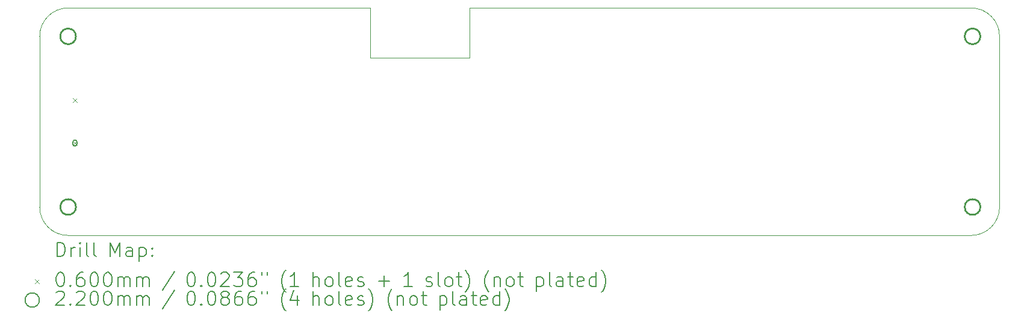
<source format=gbr>
%TF.GenerationSoftware,KiCad,Pcbnew,(7.0.0)*%
%TF.CreationDate,2023-05-08T09:15:32-04:00*%
%TF.ProjectId,AutoTiller,4175746f-5469-46c6-9c65-722e6b696361,rev?*%
%TF.SameCoordinates,Original*%
%TF.FileFunction,Drillmap*%
%TF.FilePolarity,Positive*%
%FSLAX45Y45*%
G04 Gerber Fmt 4.5, Leading zero omitted, Abs format (unit mm)*
G04 Created by KiCad (PCBNEW (7.0.0)) date 2023-05-08 09:15:32*
%MOMM*%
%LPD*%
G01*
G04 APERTURE LIST*
%ADD10C,0.100000*%
%ADD11C,0.200000*%
%ADD12C,0.060000*%
%ADD13C,0.220000*%
G04 APERTURE END LIST*
D10*
X9400000Y-13200000D02*
X22100000Y-13200000D01*
X13650000Y-10700000D02*
X15050000Y-10700000D01*
X15050000Y-10700000D02*
X15050000Y-10000000D01*
X9000000Y-10400000D02*
X9000000Y-12800000D01*
X22500000Y-12800000D02*
X22500000Y-10400000D01*
X13650000Y-10000000D02*
X13650000Y-10700000D01*
X9400000Y-10000000D02*
G75*
G03*
X9000000Y-10400000I0J-400000D01*
G01*
X22100000Y-10000000D02*
X15050000Y-10000000D01*
X13650000Y-10000000D02*
X9400000Y-10000000D01*
X22500000Y-10400000D02*
G75*
G03*
X22100000Y-10000000I-400000J0D01*
G01*
X9000000Y-12800000D02*
G75*
G03*
X9400000Y-13200000I400000J0D01*
G01*
X22100000Y-13200000D02*
G75*
G03*
X22500000Y-12800000I0J400000D01*
G01*
D11*
D12*
X9465000Y-11270000D02*
X9525000Y-11330000D01*
X9525000Y-11270000D02*
X9465000Y-11330000D01*
X9465000Y-11870000D02*
X9525000Y-11930000D01*
X9525000Y-11870000D02*
X9465000Y-11930000D01*
D11*
X9465000Y-11887500D02*
X9465000Y-11912500D01*
X9465000Y-11912500D02*
G75*
G03*
X9525000Y-11912500I30000J0D01*
G01*
X9525000Y-11912500D02*
X9525000Y-11887500D01*
X9525000Y-11887500D02*
G75*
G03*
X9465000Y-11887500I-30000J0D01*
G01*
D13*
X9510000Y-10400000D02*
G75*
G03*
X9510000Y-10400000I-110000J0D01*
G01*
X9510000Y-12800000D02*
G75*
G03*
X9510000Y-12800000I-110000J0D01*
G01*
X22230000Y-10400000D02*
G75*
G03*
X22230000Y-10400000I-110000J0D01*
G01*
X22230000Y-12800000D02*
G75*
G03*
X22230000Y-12800000I-110000J0D01*
G01*
D11*
X9242619Y-13498476D02*
X9242619Y-13298476D01*
X9242619Y-13298476D02*
X9290238Y-13298476D01*
X9290238Y-13298476D02*
X9318810Y-13308000D01*
X9318810Y-13308000D02*
X9337857Y-13327048D01*
X9337857Y-13327048D02*
X9347381Y-13346095D01*
X9347381Y-13346095D02*
X9356905Y-13384190D01*
X9356905Y-13384190D02*
X9356905Y-13412762D01*
X9356905Y-13412762D02*
X9347381Y-13450857D01*
X9347381Y-13450857D02*
X9337857Y-13469905D01*
X9337857Y-13469905D02*
X9318810Y-13488952D01*
X9318810Y-13488952D02*
X9290238Y-13498476D01*
X9290238Y-13498476D02*
X9242619Y-13498476D01*
X9442619Y-13498476D02*
X9442619Y-13365143D01*
X9442619Y-13403238D02*
X9452143Y-13384190D01*
X9452143Y-13384190D02*
X9461667Y-13374667D01*
X9461667Y-13374667D02*
X9480714Y-13365143D01*
X9480714Y-13365143D02*
X9499762Y-13365143D01*
X9566429Y-13498476D02*
X9566429Y-13365143D01*
X9566429Y-13298476D02*
X9556905Y-13308000D01*
X9556905Y-13308000D02*
X9566429Y-13317524D01*
X9566429Y-13317524D02*
X9575952Y-13308000D01*
X9575952Y-13308000D02*
X9566429Y-13298476D01*
X9566429Y-13298476D02*
X9566429Y-13317524D01*
X9690238Y-13498476D02*
X9671190Y-13488952D01*
X9671190Y-13488952D02*
X9661667Y-13469905D01*
X9661667Y-13469905D02*
X9661667Y-13298476D01*
X9795000Y-13498476D02*
X9775952Y-13488952D01*
X9775952Y-13488952D02*
X9766429Y-13469905D01*
X9766429Y-13469905D02*
X9766429Y-13298476D01*
X9991190Y-13498476D02*
X9991190Y-13298476D01*
X9991190Y-13298476D02*
X10057857Y-13441333D01*
X10057857Y-13441333D02*
X10124524Y-13298476D01*
X10124524Y-13298476D02*
X10124524Y-13498476D01*
X10305476Y-13498476D02*
X10305476Y-13393714D01*
X10305476Y-13393714D02*
X10295952Y-13374667D01*
X10295952Y-13374667D02*
X10276905Y-13365143D01*
X10276905Y-13365143D02*
X10238809Y-13365143D01*
X10238809Y-13365143D02*
X10219762Y-13374667D01*
X10305476Y-13488952D02*
X10286429Y-13498476D01*
X10286429Y-13498476D02*
X10238809Y-13498476D01*
X10238809Y-13498476D02*
X10219762Y-13488952D01*
X10219762Y-13488952D02*
X10210238Y-13469905D01*
X10210238Y-13469905D02*
X10210238Y-13450857D01*
X10210238Y-13450857D02*
X10219762Y-13431809D01*
X10219762Y-13431809D02*
X10238809Y-13422286D01*
X10238809Y-13422286D02*
X10286429Y-13422286D01*
X10286429Y-13422286D02*
X10305476Y-13412762D01*
X10400714Y-13365143D02*
X10400714Y-13565143D01*
X10400714Y-13374667D02*
X10419762Y-13365143D01*
X10419762Y-13365143D02*
X10457857Y-13365143D01*
X10457857Y-13365143D02*
X10476905Y-13374667D01*
X10476905Y-13374667D02*
X10486429Y-13384190D01*
X10486429Y-13384190D02*
X10495952Y-13403238D01*
X10495952Y-13403238D02*
X10495952Y-13460381D01*
X10495952Y-13460381D02*
X10486429Y-13479428D01*
X10486429Y-13479428D02*
X10476905Y-13488952D01*
X10476905Y-13488952D02*
X10457857Y-13498476D01*
X10457857Y-13498476D02*
X10419762Y-13498476D01*
X10419762Y-13498476D02*
X10400714Y-13488952D01*
X10581667Y-13479428D02*
X10591190Y-13488952D01*
X10591190Y-13488952D02*
X10581667Y-13498476D01*
X10581667Y-13498476D02*
X10572143Y-13488952D01*
X10572143Y-13488952D02*
X10581667Y-13479428D01*
X10581667Y-13479428D02*
X10581667Y-13498476D01*
X10581667Y-13374667D02*
X10591190Y-13384190D01*
X10591190Y-13384190D02*
X10581667Y-13393714D01*
X10581667Y-13393714D02*
X10572143Y-13384190D01*
X10572143Y-13384190D02*
X10581667Y-13374667D01*
X10581667Y-13374667D02*
X10581667Y-13393714D01*
D12*
X8935000Y-13815000D02*
X8995000Y-13875000D01*
X8995000Y-13815000D02*
X8935000Y-13875000D01*
D11*
X9280714Y-13718476D02*
X9299762Y-13718476D01*
X9299762Y-13718476D02*
X9318810Y-13728000D01*
X9318810Y-13728000D02*
X9328333Y-13737524D01*
X9328333Y-13737524D02*
X9337857Y-13756571D01*
X9337857Y-13756571D02*
X9347381Y-13794667D01*
X9347381Y-13794667D02*
X9347381Y-13842286D01*
X9347381Y-13842286D02*
X9337857Y-13880381D01*
X9337857Y-13880381D02*
X9328333Y-13899428D01*
X9328333Y-13899428D02*
X9318810Y-13908952D01*
X9318810Y-13908952D02*
X9299762Y-13918476D01*
X9299762Y-13918476D02*
X9280714Y-13918476D01*
X9280714Y-13918476D02*
X9261667Y-13908952D01*
X9261667Y-13908952D02*
X9252143Y-13899428D01*
X9252143Y-13899428D02*
X9242619Y-13880381D01*
X9242619Y-13880381D02*
X9233095Y-13842286D01*
X9233095Y-13842286D02*
X9233095Y-13794667D01*
X9233095Y-13794667D02*
X9242619Y-13756571D01*
X9242619Y-13756571D02*
X9252143Y-13737524D01*
X9252143Y-13737524D02*
X9261667Y-13728000D01*
X9261667Y-13728000D02*
X9280714Y-13718476D01*
X9433095Y-13899428D02*
X9442619Y-13908952D01*
X9442619Y-13908952D02*
X9433095Y-13918476D01*
X9433095Y-13918476D02*
X9423571Y-13908952D01*
X9423571Y-13908952D02*
X9433095Y-13899428D01*
X9433095Y-13899428D02*
X9433095Y-13918476D01*
X9614048Y-13718476D02*
X9575952Y-13718476D01*
X9575952Y-13718476D02*
X9556905Y-13728000D01*
X9556905Y-13728000D02*
X9547381Y-13737524D01*
X9547381Y-13737524D02*
X9528333Y-13766095D01*
X9528333Y-13766095D02*
X9518810Y-13804190D01*
X9518810Y-13804190D02*
X9518810Y-13880381D01*
X9518810Y-13880381D02*
X9528333Y-13899428D01*
X9528333Y-13899428D02*
X9537857Y-13908952D01*
X9537857Y-13908952D02*
X9556905Y-13918476D01*
X9556905Y-13918476D02*
X9595000Y-13918476D01*
X9595000Y-13918476D02*
X9614048Y-13908952D01*
X9614048Y-13908952D02*
X9623571Y-13899428D01*
X9623571Y-13899428D02*
X9633095Y-13880381D01*
X9633095Y-13880381D02*
X9633095Y-13832762D01*
X9633095Y-13832762D02*
X9623571Y-13813714D01*
X9623571Y-13813714D02*
X9614048Y-13804190D01*
X9614048Y-13804190D02*
X9595000Y-13794667D01*
X9595000Y-13794667D02*
X9556905Y-13794667D01*
X9556905Y-13794667D02*
X9537857Y-13804190D01*
X9537857Y-13804190D02*
X9528333Y-13813714D01*
X9528333Y-13813714D02*
X9518810Y-13832762D01*
X9756905Y-13718476D02*
X9775952Y-13718476D01*
X9775952Y-13718476D02*
X9795000Y-13728000D01*
X9795000Y-13728000D02*
X9804524Y-13737524D01*
X9804524Y-13737524D02*
X9814048Y-13756571D01*
X9814048Y-13756571D02*
X9823571Y-13794667D01*
X9823571Y-13794667D02*
X9823571Y-13842286D01*
X9823571Y-13842286D02*
X9814048Y-13880381D01*
X9814048Y-13880381D02*
X9804524Y-13899428D01*
X9804524Y-13899428D02*
X9795000Y-13908952D01*
X9795000Y-13908952D02*
X9775952Y-13918476D01*
X9775952Y-13918476D02*
X9756905Y-13918476D01*
X9756905Y-13918476D02*
X9737857Y-13908952D01*
X9737857Y-13908952D02*
X9728333Y-13899428D01*
X9728333Y-13899428D02*
X9718810Y-13880381D01*
X9718810Y-13880381D02*
X9709286Y-13842286D01*
X9709286Y-13842286D02*
X9709286Y-13794667D01*
X9709286Y-13794667D02*
X9718810Y-13756571D01*
X9718810Y-13756571D02*
X9728333Y-13737524D01*
X9728333Y-13737524D02*
X9737857Y-13728000D01*
X9737857Y-13728000D02*
X9756905Y-13718476D01*
X9947381Y-13718476D02*
X9966429Y-13718476D01*
X9966429Y-13718476D02*
X9985476Y-13728000D01*
X9985476Y-13728000D02*
X9995000Y-13737524D01*
X9995000Y-13737524D02*
X10004524Y-13756571D01*
X10004524Y-13756571D02*
X10014048Y-13794667D01*
X10014048Y-13794667D02*
X10014048Y-13842286D01*
X10014048Y-13842286D02*
X10004524Y-13880381D01*
X10004524Y-13880381D02*
X9995000Y-13899428D01*
X9995000Y-13899428D02*
X9985476Y-13908952D01*
X9985476Y-13908952D02*
X9966429Y-13918476D01*
X9966429Y-13918476D02*
X9947381Y-13918476D01*
X9947381Y-13918476D02*
X9928333Y-13908952D01*
X9928333Y-13908952D02*
X9918810Y-13899428D01*
X9918810Y-13899428D02*
X9909286Y-13880381D01*
X9909286Y-13880381D02*
X9899762Y-13842286D01*
X9899762Y-13842286D02*
X9899762Y-13794667D01*
X9899762Y-13794667D02*
X9909286Y-13756571D01*
X9909286Y-13756571D02*
X9918810Y-13737524D01*
X9918810Y-13737524D02*
X9928333Y-13728000D01*
X9928333Y-13728000D02*
X9947381Y-13718476D01*
X10099762Y-13918476D02*
X10099762Y-13785143D01*
X10099762Y-13804190D02*
X10109286Y-13794667D01*
X10109286Y-13794667D02*
X10128333Y-13785143D01*
X10128333Y-13785143D02*
X10156905Y-13785143D01*
X10156905Y-13785143D02*
X10175952Y-13794667D01*
X10175952Y-13794667D02*
X10185476Y-13813714D01*
X10185476Y-13813714D02*
X10185476Y-13918476D01*
X10185476Y-13813714D02*
X10195000Y-13794667D01*
X10195000Y-13794667D02*
X10214048Y-13785143D01*
X10214048Y-13785143D02*
X10242619Y-13785143D01*
X10242619Y-13785143D02*
X10261667Y-13794667D01*
X10261667Y-13794667D02*
X10271191Y-13813714D01*
X10271191Y-13813714D02*
X10271191Y-13918476D01*
X10366429Y-13918476D02*
X10366429Y-13785143D01*
X10366429Y-13804190D02*
X10375952Y-13794667D01*
X10375952Y-13794667D02*
X10395000Y-13785143D01*
X10395000Y-13785143D02*
X10423572Y-13785143D01*
X10423572Y-13785143D02*
X10442619Y-13794667D01*
X10442619Y-13794667D02*
X10452143Y-13813714D01*
X10452143Y-13813714D02*
X10452143Y-13918476D01*
X10452143Y-13813714D02*
X10461667Y-13794667D01*
X10461667Y-13794667D02*
X10480714Y-13785143D01*
X10480714Y-13785143D02*
X10509286Y-13785143D01*
X10509286Y-13785143D02*
X10528333Y-13794667D01*
X10528333Y-13794667D02*
X10537857Y-13813714D01*
X10537857Y-13813714D02*
X10537857Y-13918476D01*
X10895952Y-13708952D02*
X10724524Y-13966095D01*
X11120714Y-13718476D02*
X11139762Y-13718476D01*
X11139762Y-13718476D02*
X11158810Y-13728000D01*
X11158810Y-13728000D02*
X11168333Y-13737524D01*
X11168333Y-13737524D02*
X11177857Y-13756571D01*
X11177857Y-13756571D02*
X11187381Y-13794667D01*
X11187381Y-13794667D02*
X11187381Y-13842286D01*
X11187381Y-13842286D02*
X11177857Y-13880381D01*
X11177857Y-13880381D02*
X11168333Y-13899428D01*
X11168333Y-13899428D02*
X11158810Y-13908952D01*
X11158810Y-13908952D02*
X11139762Y-13918476D01*
X11139762Y-13918476D02*
X11120714Y-13918476D01*
X11120714Y-13918476D02*
X11101667Y-13908952D01*
X11101667Y-13908952D02*
X11092143Y-13899428D01*
X11092143Y-13899428D02*
X11082619Y-13880381D01*
X11082619Y-13880381D02*
X11073095Y-13842286D01*
X11073095Y-13842286D02*
X11073095Y-13794667D01*
X11073095Y-13794667D02*
X11082619Y-13756571D01*
X11082619Y-13756571D02*
X11092143Y-13737524D01*
X11092143Y-13737524D02*
X11101667Y-13728000D01*
X11101667Y-13728000D02*
X11120714Y-13718476D01*
X11273095Y-13899428D02*
X11282619Y-13908952D01*
X11282619Y-13908952D02*
X11273095Y-13918476D01*
X11273095Y-13918476D02*
X11263571Y-13908952D01*
X11263571Y-13908952D02*
X11273095Y-13899428D01*
X11273095Y-13899428D02*
X11273095Y-13918476D01*
X11406429Y-13718476D02*
X11425476Y-13718476D01*
X11425476Y-13718476D02*
X11444524Y-13728000D01*
X11444524Y-13728000D02*
X11454048Y-13737524D01*
X11454048Y-13737524D02*
X11463571Y-13756571D01*
X11463571Y-13756571D02*
X11473095Y-13794667D01*
X11473095Y-13794667D02*
X11473095Y-13842286D01*
X11473095Y-13842286D02*
X11463571Y-13880381D01*
X11463571Y-13880381D02*
X11454048Y-13899428D01*
X11454048Y-13899428D02*
X11444524Y-13908952D01*
X11444524Y-13908952D02*
X11425476Y-13918476D01*
X11425476Y-13918476D02*
X11406429Y-13918476D01*
X11406429Y-13918476D02*
X11387381Y-13908952D01*
X11387381Y-13908952D02*
X11377857Y-13899428D01*
X11377857Y-13899428D02*
X11368333Y-13880381D01*
X11368333Y-13880381D02*
X11358810Y-13842286D01*
X11358810Y-13842286D02*
X11358810Y-13794667D01*
X11358810Y-13794667D02*
X11368333Y-13756571D01*
X11368333Y-13756571D02*
X11377857Y-13737524D01*
X11377857Y-13737524D02*
X11387381Y-13728000D01*
X11387381Y-13728000D02*
X11406429Y-13718476D01*
X11549286Y-13737524D02*
X11558810Y-13728000D01*
X11558810Y-13728000D02*
X11577857Y-13718476D01*
X11577857Y-13718476D02*
X11625476Y-13718476D01*
X11625476Y-13718476D02*
X11644524Y-13728000D01*
X11644524Y-13728000D02*
X11654048Y-13737524D01*
X11654048Y-13737524D02*
X11663571Y-13756571D01*
X11663571Y-13756571D02*
X11663571Y-13775619D01*
X11663571Y-13775619D02*
X11654048Y-13804190D01*
X11654048Y-13804190D02*
X11539762Y-13918476D01*
X11539762Y-13918476D02*
X11663571Y-13918476D01*
X11730238Y-13718476D02*
X11854048Y-13718476D01*
X11854048Y-13718476D02*
X11787381Y-13794667D01*
X11787381Y-13794667D02*
X11815952Y-13794667D01*
X11815952Y-13794667D02*
X11835000Y-13804190D01*
X11835000Y-13804190D02*
X11844524Y-13813714D01*
X11844524Y-13813714D02*
X11854048Y-13832762D01*
X11854048Y-13832762D02*
X11854048Y-13880381D01*
X11854048Y-13880381D02*
X11844524Y-13899428D01*
X11844524Y-13899428D02*
X11835000Y-13908952D01*
X11835000Y-13908952D02*
X11815952Y-13918476D01*
X11815952Y-13918476D02*
X11758810Y-13918476D01*
X11758810Y-13918476D02*
X11739762Y-13908952D01*
X11739762Y-13908952D02*
X11730238Y-13899428D01*
X12025476Y-13718476D02*
X11987381Y-13718476D01*
X11987381Y-13718476D02*
X11968333Y-13728000D01*
X11968333Y-13728000D02*
X11958810Y-13737524D01*
X11958810Y-13737524D02*
X11939762Y-13766095D01*
X11939762Y-13766095D02*
X11930238Y-13804190D01*
X11930238Y-13804190D02*
X11930238Y-13880381D01*
X11930238Y-13880381D02*
X11939762Y-13899428D01*
X11939762Y-13899428D02*
X11949286Y-13908952D01*
X11949286Y-13908952D02*
X11968333Y-13918476D01*
X11968333Y-13918476D02*
X12006429Y-13918476D01*
X12006429Y-13918476D02*
X12025476Y-13908952D01*
X12025476Y-13908952D02*
X12035000Y-13899428D01*
X12035000Y-13899428D02*
X12044524Y-13880381D01*
X12044524Y-13880381D02*
X12044524Y-13832762D01*
X12044524Y-13832762D02*
X12035000Y-13813714D01*
X12035000Y-13813714D02*
X12025476Y-13804190D01*
X12025476Y-13804190D02*
X12006429Y-13794667D01*
X12006429Y-13794667D02*
X11968333Y-13794667D01*
X11968333Y-13794667D02*
X11949286Y-13804190D01*
X11949286Y-13804190D02*
X11939762Y-13813714D01*
X11939762Y-13813714D02*
X11930238Y-13832762D01*
X12120714Y-13718476D02*
X12120714Y-13756571D01*
X12196905Y-13718476D02*
X12196905Y-13756571D01*
X12459762Y-13994667D02*
X12450238Y-13985143D01*
X12450238Y-13985143D02*
X12431191Y-13956571D01*
X12431191Y-13956571D02*
X12421667Y-13937524D01*
X12421667Y-13937524D02*
X12412143Y-13908952D01*
X12412143Y-13908952D02*
X12402619Y-13861333D01*
X12402619Y-13861333D02*
X12402619Y-13823238D01*
X12402619Y-13823238D02*
X12412143Y-13775619D01*
X12412143Y-13775619D02*
X12421667Y-13747048D01*
X12421667Y-13747048D02*
X12431191Y-13728000D01*
X12431191Y-13728000D02*
X12450238Y-13699428D01*
X12450238Y-13699428D02*
X12459762Y-13689905D01*
X12640714Y-13918476D02*
X12526429Y-13918476D01*
X12583571Y-13918476D02*
X12583571Y-13718476D01*
X12583571Y-13718476D02*
X12564524Y-13747048D01*
X12564524Y-13747048D02*
X12545476Y-13766095D01*
X12545476Y-13766095D02*
X12526429Y-13775619D01*
X12846429Y-13918476D02*
X12846429Y-13718476D01*
X12932143Y-13918476D02*
X12932143Y-13813714D01*
X12932143Y-13813714D02*
X12922619Y-13794667D01*
X12922619Y-13794667D02*
X12903572Y-13785143D01*
X12903572Y-13785143D02*
X12875000Y-13785143D01*
X12875000Y-13785143D02*
X12855952Y-13794667D01*
X12855952Y-13794667D02*
X12846429Y-13804190D01*
X13055952Y-13918476D02*
X13036905Y-13908952D01*
X13036905Y-13908952D02*
X13027381Y-13899428D01*
X13027381Y-13899428D02*
X13017857Y-13880381D01*
X13017857Y-13880381D02*
X13017857Y-13823238D01*
X13017857Y-13823238D02*
X13027381Y-13804190D01*
X13027381Y-13804190D02*
X13036905Y-13794667D01*
X13036905Y-13794667D02*
X13055952Y-13785143D01*
X13055952Y-13785143D02*
X13084524Y-13785143D01*
X13084524Y-13785143D02*
X13103572Y-13794667D01*
X13103572Y-13794667D02*
X13113095Y-13804190D01*
X13113095Y-13804190D02*
X13122619Y-13823238D01*
X13122619Y-13823238D02*
X13122619Y-13880381D01*
X13122619Y-13880381D02*
X13113095Y-13899428D01*
X13113095Y-13899428D02*
X13103572Y-13908952D01*
X13103572Y-13908952D02*
X13084524Y-13918476D01*
X13084524Y-13918476D02*
X13055952Y-13918476D01*
X13236905Y-13918476D02*
X13217857Y-13908952D01*
X13217857Y-13908952D02*
X13208333Y-13889905D01*
X13208333Y-13889905D02*
X13208333Y-13718476D01*
X13389286Y-13908952D02*
X13370238Y-13918476D01*
X13370238Y-13918476D02*
X13332143Y-13918476D01*
X13332143Y-13918476D02*
X13313095Y-13908952D01*
X13313095Y-13908952D02*
X13303572Y-13889905D01*
X13303572Y-13889905D02*
X13303572Y-13813714D01*
X13303572Y-13813714D02*
X13313095Y-13794667D01*
X13313095Y-13794667D02*
X13332143Y-13785143D01*
X13332143Y-13785143D02*
X13370238Y-13785143D01*
X13370238Y-13785143D02*
X13389286Y-13794667D01*
X13389286Y-13794667D02*
X13398810Y-13813714D01*
X13398810Y-13813714D02*
X13398810Y-13832762D01*
X13398810Y-13832762D02*
X13303572Y-13851809D01*
X13475000Y-13908952D02*
X13494048Y-13918476D01*
X13494048Y-13918476D02*
X13532143Y-13918476D01*
X13532143Y-13918476D02*
X13551191Y-13908952D01*
X13551191Y-13908952D02*
X13560714Y-13889905D01*
X13560714Y-13889905D02*
X13560714Y-13880381D01*
X13560714Y-13880381D02*
X13551191Y-13861333D01*
X13551191Y-13861333D02*
X13532143Y-13851809D01*
X13532143Y-13851809D02*
X13503572Y-13851809D01*
X13503572Y-13851809D02*
X13484524Y-13842286D01*
X13484524Y-13842286D02*
X13475000Y-13823238D01*
X13475000Y-13823238D02*
X13475000Y-13813714D01*
X13475000Y-13813714D02*
X13484524Y-13794667D01*
X13484524Y-13794667D02*
X13503572Y-13785143D01*
X13503572Y-13785143D02*
X13532143Y-13785143D01*
X13532143Y-13785143D02*
X13551191Y-13794667D01*
X13766429Y-13842286D02*
X13918810Y-13842286D01*
X13842619Y-13918476D02*
X13842619Y-13766095D01*
X14238810Y-13918476D02*
X14124524Y-13918476D01*
X14181667Y-13918476D02*
X14181667Y-13718476D01*
X14181667Y-13718476D02*
X14162619Y-13747048D01*
X14162619Y-13747048D02*
X14143572Y-13766095D01*
X14143572Y-13766095D02*
X14124524Y-13775619D01*
X14435000Y-13908952D02*
X14454048Y-13918476D01*
X14454048Y-13918476D02*
X14492143Y-13918476D01*
X14492143Y-13918476D02*
X14511191Y-13908952D01*
X14511191Y-13908952D02*
X14520714Y-13889905D01*
X14520714Y-13889905D02*
X14520714Y-13880381D01*
X14520714Y-13880381D02*
X14511191Y-13861333D01*
X14511191Y-13861333D02*
X14492143Y-13851809D01*
X14492143Y-13851809D02*
X14463572Y-13851809D01*
X14463572Y-13851809D02*
X14444524Y-13842286D01*
X14444524Y-13842286D02*
X14435000Y-13823238D01*
X14435000Y-13823238D02*
X14435000Y-13813714D01*
X14435000Y-13813714D02*
X14444524Y-13794667D01*
X14444524Y-13794667D02*
X14463572Y-13785143D01*
X14463572Y-13785143D02*
X14492143Y-13785143D01*
X14492143Y-13785143D02*
X14511191Y-13794667D01*
X14635000Y-13918476D02*
X14615953Y-13908952D01*
X14615953Y-13908952D02*
X14606429Y-13889905D01*
X14606429Y-13889905D02*
X14606429Y-13718476D01*
X14739762Y-13918476D02*
X14720714Y-13908952D01*
X14720714Y-13908952D02*
X14711191Y-13899428D01*
X14711191Y-13899428D02*
X14701667Y-13880381D01*
X14701667Y-13880381D02*
X14701667Y-13823238D01*
X14701667Y-13823238D02*
X14711191Y-13804190D01*
X14711191Y-13804190D02*
X14720714Y-13794667D01*
X14720714Y-13794667D02*
X14739762Y-13785143D01*
X14739762Y-13785143D02*
X14768334Y-13785143D01*
X14768334Y-13785143D02*
X14787381Y-13794667D01*
X14787381Y-13794667D02*
X14796905Y-13804190D01*
X14796905Y-13804190D02*
X14806429Y-13823238D01*
X14806429Y-13823238D02*
X14806429Y-13880381D01*
X14806429Y-13880381D02*
X14796905Y-13899428D01*
X14796905Y-13899428D02*
X14787381Y-13908952D01*
X14787381Y-13908952D02*
X14768334Y-13918476D01*
X14768334Y-13918476D02*
X14739762Y-13918476D01*
X14863572Y-13785143D02*
X14939762Y-13785143D01*
X14892143Y-13718476D02*
X14892143Y-13889905D01*
X14892143Y-13889905D02*
X14901667Y-13908952D01*
X14901667Y-13908952D02*
X14920714Y-13918476D01*
X14920714Y-13918476D02*
X14939762Y-13918476D01*
X14987381Y-13994667D02*
X14996905Y-13985143D01*
X14996905Y-13985143D02*
X15015953Y-13956571D01*
X15015953Y-13956571D02*
X15025476Y-13937524D01*
X15025476Y-13937524D02*
X15035000Y-13908952D01*
X15035000Y-13908952D02*
X15044524Y-13861333D01*
X15044524Y-13861333D02*
X15044524Y-13823238D01*
X15044524Y-13823238D02*
X15035000Y-13775619D01*
X15035000Y-13775619D02*
X15025476Y-13747048D01*
X15025476Y-13747048D02*
X15015953Y-13728000D01*
X15015953Y-13728000D02*
X14996905Y-13699428D01*
X14996905Y-13699428D02*
X14987381Y-13689905D01*
X15316905Y-13994667D02*
X15307381Y-13985143D01*
X15307381Y-13985143D02*
X15288333Y-13956571D01*
X15288333Y-13956571D02*
X15278810Y-13937524D01*
X15278810Y-13937524D02*
X15269286Y-13908952D01*
X15269286Y-13908952D02*
X15259762Y-13861333D01*
X15259762Y-13861333D02*
X15259762Y-13823238D01*
X15259762Y-13823238D02*
X15269286Y-13775619D01*
X15269286Y-13775619D02*
X15278810Y-13747048D01*
X15278810Y-13747048D02*
X15288333Y-13728000D01*
X15288333Y-13728000D02*
X15307381Y-13699428D01*
X15307381Y-13699428D02*
X15316905Y-13689905D01*
X15393095Y-13785143D02*
X15393095Y-13918476D01*
X15393095Y-13804190D02*
X15402619Y-13794667D01*
X15402619Y-13794667D02*
X15421667Y-13785143D01*
X15421667Y-13785143D02*
X15450238Y-13785143D01*
X15450238Y-13785143D02*
X15469286Y-13794667D01*
X15469286Y-13794667D02*
X15478810Y-13813714D01*
X15478810Y-13813714D02*
X15478810Y-13918476D01*
X15602619Y-13918476D02*
X15583572Y-13908952D01*
X15583572Y-13908952D02*
X15574048Y-13899428D01*
X15574048Y-13899428D02*
X15564524Y-13880381D01*
X15564524Y-13880381D02*
X15564524Y-13823238D01*
X15564524Y-13823238D02*
X15574048Y-13804190D01*
X15574048Y-13804190D02*
X15583572Y-13794667D01*
X15583572Y-13794667D02*
X15602619Y-13785143D01*
X15602619Y-13785143D02*
X15631191Y-13785143D01*
X15631191Y-13785143D02*
X15650238Y-13794667D01*
X15650238Y-13794667D02*
X15659762Y-13804190D01*
X15659762Y-13804190D02*
X15669286Y-13823238D01*
X15669286Y-13823238D02*
X15669286Y-13880381D01*
X15669286Y-13880381D02*
X15659762Y-13899428D01*
X15659762Y-13899428D02*
X15650238Y-13908952D01*
X15650238Y-13908952D02*
X15631191Y-13918476D01*
X15631191Y-13918476D02*
X15602619Y-13918476D01*
X15726429Y-13785143D02*
X15802619Y-13785143D01*
X15755000Y-13718476D02*
X15755000Y-13889905D01*
X15755000Y-13889905D02*
X15764524Y-13908952D01*
X15764524Y-13908952D02*
X15783572Y-13918476D01*
X15783572Y-13918476D02*
X15802619Y-13918476D01*
X15989286Y-13785143D02*
X15989286Y-13985143D01*
X15989286Y-13794667D02*
X16008333Y-13785143D01*
X16008333Y-13785143D02*
X16046429Y-13785143D01*
X16046429Y-13785143D02*
X16065476Y-13794667D01*
X16065476Y-13794667D02*
X16075000Y-13804190D01*
X16075000Y-13804190D02*
X16084524Y-13823238D01*
X16084524Y-13823238D02*
X16084524Y-13880381D01*
X16084524Y-13880381D02*
X16075000Y-13899428D01*
X16075000Y-13899428D02*
X16065476Y-13908952D01*
X16065476Y-13908952D02*
X16046429Y-13918476D01*
X16046429Y-13918476D02*
X16008333Y-13918476D01*
X16008333Y-13918476D02*
X15989286Y-13908952D01*
X16198810Y-13918476D02*
X16179762Y-13908952D01*
X16179762Y-13908952D02*
X16170238Y-13889905D01*
X16170238Y-13889905D02*
X16170238Y-13718476D01*
X16360714Y-13918476D02*
X16360714Y-13813714D01*
X16360714Y-13813714D02*
X16351191Y-13794667D01*
X16351191Y-13794667D02*
X16332143Y-13785143D01*
X16332143Y-13785143D02*
X16294048Y-13785143D01*
X16294048Y-13785143D02*
X16275000Y-13794667D01*
X16360714Y-13908952D02*
X16341667Y-13918476D01*
X16341667Y-13918476D02*
X16294048Y-13918476D01*
X16294048Y-13918476D02*
X16275000Y-13908952D01*
X16275000Y-13908952D02*
X16265476Y-13889905D01*
X16265476Y-13889905D02*
X16265476Y-13870857D01*
X16265476Y-13870857D02*
X16275000Y-13851809D01*
X16275000Y-13851809D02*
X16294048Y-13842286D01*
X16294048Y-13842286D02*
X16341667Y-13842286D01*
X16341667Y-13842286D02*
X16360714Y-13832762D01*
X16427381Y-13785143D02*
X16503572Y-13785143D01*
X16455953Y-13718476D02*
X16455953Y-13889905D01*
X16455953Y-13889905D02*
X16465476Y-13908952D01*
X16465476Y-13908952D02*
X16484524Y-13918476D01*
X16484524Y-13918476D02*
X16503572Y-13918476D01*
X16646429Y-13908952D02*
X16627381Y-13918476D01*
X16627381Y-13918476D02*
X16589286Y-13918476D01*
X16589286Y-13918476D02*
X16570238Y-13908952D01*
X16570238Y-13908952D02*
X16560714Y-13889905D01*
X16560714Y-13889905D02*
X16560714Y-13813714D01*
X16560714Y-13813714D02*
X16570238Y-13794667D01*
X16570238Y-13794667D02*
X16589286Y-13785143D01*
X16589286Y-13785143D02*
X16627381Y-13785143D01*
X16627381Y-13785143D02*
X16646429Y-13794667D01*
X16646429Y-13794667D02*
X16655953Y-13813714D01*
X16655953Y-13813714D02*
X16655953Y-13832762D01*
X16655953Y-13832762D02*
X16560714Y-13851809D01*
X16827381Y-13918476D02*
X16827381Y-13718476D01*
X16827381Y-13908952D02*
X16808334Y-13918476D01*
X16808334Y-13918476D02*
X16770238Y-13918476D01*
X16770238Y-13918476D02*
X16751191Y-13908952D01*
X16751191Y-13908952D02*
X16741667Y-13899428D01*
X16741667Y-13899428D02*
X16732143Y-13880381D01*
X16732143Y-13880381D02*
X16732143Y-13823238D01*
X16732143Y-13823238D02*
X16741667Y-13804190D01*
X16741667Y-13804190D02*
X16751191Y-13794667D01*
X16751191Y-13794667D02*
X16770238Y-13785143D01*
X16770238Y-13785143D02*
X16808334Y-13785143D01*
X16808334Y-13785143D02*
X16827381Y-13794667D01*
X16903572Y-13994667D02*
X16913096Y-13985143D01*
X16913096Y-13985143D02*
X16932143Y-13956571D01*
X16932143Y-13956571D02*
X16941667Y-13937524D01*
X16941667Y-13937524D02*
X16951191Y-13908952D01*
X16951191Y-13908952D02*
X16960715Y-13861333D01*
X16960715Y-13861333D02*
X16960715Y-13823238D01*
X16960715Y-13823238D02*
X16951191Y-13775619D01*
X16951191Y-13775619D02*
X16941667Y-13747048D01*
X16941667Y-13747048D02*
X16932143Y-13728000D01*
X16932143Y-13728000D02*
X16913096Y-13699428D01*
X16913096Y-13699428D02*
X16903572Y-13689905D01*
X8995000Y-14109000D02*
G75*
G03*
X8995000Y-14109000I-100000J0D01*
G01*
X9233095Y-14001524D02*
X9242619Y-13992000D01*
X9242619Y-13992000D02*
X9261667Y-13982476D01*
X9261667Y-13982476D02*
X9309286Y-13982476D01*
X9309286Y-13982476D02*
X9328333Y-13992000D01*
X9328333Y-13992000D02*
X9337857Y-14001524D01*
X9337857Y-14001524D02*
X9347381Y-14020571D01*
X9347381Y-14020571D02*
X9347381Y-14039619D01*
X9347381Y-14039619D02*
X9337857Y-14068190D01*
X9337857Y-14068190D02*
X9223571Y-14182476D01*
X9223571Y-14182476D02*
X9347381Y-14182476D01*
X9433095Y-14163428D02*
X9442619Y-14172952D01*
X9442619Y-14172952D02*
X9433095Y-14182476D01*
X9433095Y-14182476D02*
X9423571Y-14172952D01*
X9423571Y-14172952D02*
X9433095Y-14163428D01*
X9433095Y-14163428D02*
X9433095Y-14182476D01*
X9518810Y-14001524D02*
X9528333Y-13992000D01*
X9528333Y-13992000D02*
X9547381Y-13982476D01*
X9547381Y-13982476D02*
X9595000Y-13982476D01*
X9595000Y-13982476D02*
X9614048Y-13992000D01*
X9614048Y-13992000D02*
X9623571Y-14001524D01*
X9623571Y-14001524D02*
X9633095Y-14020571D01*
X9633095Y-14020571D02*
X9633095Y-14039619D01*
X9633095Y-14039619D02*
X9623571Y-14068190D01*
X9623571Y-14068190D02*
X9509286Y-14182476D01*
X9509286Y-14182476D02*
X9633095Y-14182476D01*
X9756905Y-13982476D02*
X9775952Y-13982476D01*
X9775952Y-13982476D02*
X9795000Y-13992000D01*
X9795000Y-13992000D02*
X9804524Y-14001524D01*
X9804524Y-14001524D02*
X9814048Y-14020571D01*
X9814048Y-14020571D02*
X9823571Y-14058667D01*
X9823571Y-14058667D02*
X9823571Y-14106286D01*
X9823571Y-14106286D02*
X9814048Y-14144381D01*
X9814048Y-14144381D02*
X9804524Y-14163428D01*
X9804524Y-14163428D02*
X9795000Y-14172952D01*
X9795000Y-14172952D02*
X9775952Y-14182476D01*
X9775952Y-14182476D02*
X9756905Y-14182476D01*
X9756905Y-14182476D02*
X9737857Y-14172952D01*
X9737857Y-14172952D02*
X9728333Y-14163428D01*
X9728333Y-14163428D02*
X9718810Y-14144381D01*
X9718810Y-14144381D02*
X9709286Y-14106286D01*
X9709286Y-14106286D02*
X9709286Y-14058667D01*
X9709286Y-14058667D02*
X9718810Y-14020571D01*
X9718810Y-14020571D02*
X9728333Y-14001524D01*
X9728333Y-14001524D02*
X9737857Y-13992000D01*
X9737857Y-13992000D02*
X9756905Y-13982476D01*
X9947381Y-13982476D02*
X9966429Y-13982476D01*
X9966429Y-13982476D02*
X9985476Y-13992000D01*
X9985476Y-13992000D02*
X9995000Y-14001524D01*
X9995000Y-14001524D02*
X10004524Y-14020571D01*
X10004524Y-14020571D02*
X10014048Y-14058667D01*
X10014048Y-14058667D02*
X10014048Y-14106286D01*
X10014048Y-14106286D02*
X10004524Y-14144381D01*
X10004524Y-14144381D02*
X9995000Y-14163428D01*
X9995000Y-14163428D02*
X9985476Y-14172952D01*
X9985476Y-14172952D02*
X9966429Y-14182476D01*
X9966429Y-14182476D02*
X9947381Y-14182476D01*
X9947381Y-14182476D02*
X9928333Y-14172952D01*
X9928333Y-14172952D02*
X9918810Y-14163428D01*
X9918810Y-14163428D02*
X9909286Y-14144381D01*
X9909286Y-14144381D02*
X9899762Y-14106286D01*
X9899762Y-14106286D02*
X9899762Y-14058667D01*
X9899762Y-14058667D02*
X9909286Y-14020571D01*
X9909286Y-14020571D02*
X9918810Y-14001524D01*
X9918810Y-14001524D02*
X9928333Y-13992000D01*
X9928333Y-13992000D02*
X9947381Y-13982476D01*
X10099762Y-14182476D02*
X10099762Y-14049143D01*
X10099762Y-14068190D02*
X10109286Y-14058667D01*
X10109286Y-14058667D02*
X10128333Y-14049143D01*
X10128333Y-14049143D02*
X10156905Y-14049143D01*
X10156905Y-14049143D02*
X10175952Y-14058667D01*
X10175952Y-14058667D02*
X10185476Y-14077714D01*
X10185476Y-14077714D02*
X10185476Y-14182476D01*
X10185476Y-14077714D02*
X10195000Y-14058667D01*
X10195000Y-14058667D02*
X10214048Y-14049143D01*
X10214048Y-14049143D02*
X10242619Y-14049143D01*
X10242619Y-14049143D02*
X10261667Y-14058667D01*
X10261667Y-14058667D02*
X10271191Y-14077714D01*
X10271191Y-14077714D02*
X10271191Y-14182476D01*
X10366429Y-14182476D02*
X10366429Y-14049143D01*
X10366429Y-14068190D02*
X10375952Y-14058667D01*
X10375952Y-14058667D02*
X10395000Y-14049143D01*
X10395000Y-14049143D02*
X10423572Y-14049143D01*
X10423572Y-14049143D02*
X10442619Y-14058667D01*
X10442619Y-14058667D02*
X10452143Y-14077714D01*
X10452143Y-14077714D02*
X10452143Y-14182476D01*
X10452143Y-14077714D02*
X10461667Y-14058667D01*
X10461667Y-14058667D02*
X10480714Y-14049143D01*
X10480714Y-14049143D02*
X10509286Y-14049143D01*
X10509286Y-14049143D02*
X10528333Y-14058667D01*
X10528333Y-14058667D02*
X10537857Y-14077714D01*
X10537857Y-14077714D02*
X10537857Y-14182476D01*
X10895952Y-13972952D02*
X10724524Y-14230095D01*
X11120714Y-13982476D02*
X11139762Y-13982476D01*
X11139762Y-13982476D02*
X11158810Y-13992000D01*
X11158810Y-13992000D02*
X11168333Y-14001524D01*
X11168333Y-14001524D02*
X11177857Y-14020571D01*
X11177857Y-14020571D02*
X11187381Y-14058667D01*
X11187381Y-14058667D02*
X11187381Y-14106286D01*
X11187381Y-14106286D02*
X11177857Y-14144381D01*
X11177857Y-14144381D02*
X11168333Y-14163428D01*
X11168333Y-14163428D02*
X11158810Y-14172952D01*
X11158810Y-14172952D02*
X11139762Y-14182476D01*
X11139762Y-14182476D02*
X11120714Y-14182476D01*
X11120714Y-14182476D02*
X11101667Y-14172952D01*
X11101667Y-14172952D02*
X11092143Y-14163428D01*
X11092143Y-14163428D02*
X11082619Y-14144381D01*
X11082619Y-14144381D02*
X11073095Y-14106286D01*
X11073095Y-14106286D02*
X11073095Y-14058667D01*
X11073095Y-14058667D02*
X11082619Y-14020571D01*
X11082619Y-14020571D02*
X11092143Y-14001524D01*
X11092143Y-14001524D02*
X11101667Y-13992000D01*
X11101667Y-13992000D02*
X11120714Y-13982476D01*
X11273095Y-14163428D02*
X11282619Y-14172952D01*
X11282619Y-14172952D02*
X11273095Y-14182476D01*
X11273095Y-14182476D02*
X11263571Y-14172952D01*
X11263571Y-14172952D02*
X11273095Y-14163428D01*
X11273095Y-14163428D02*
X11273095Y-14182476D01*
X11406429Y-13982476D02*
X11425476Y-13982476D01*
X11425476Y-13982476D02*
X11444524Y-13992000D01*
X11444524Y-13992000D02*
X11454048Y-14001524D01*
X11454048Y-14001524D02*
X11463571Y-14020571D01*
X11463571Y-14020571D02*
X11473095Y-14058667D01*
X11473095Y-14058667D02*
X11473095Y-14106286D01*
X11473095Y-14106286D02*
X11463571Y-14144381D01*
X11463571Y-14144381D02*
X11454048Y-14163428D01*
X11454048Y-14163428D02*
X11444524Y-14172952D01*
X11444524Y-14172952D02*
X11425476Y-14182476D01*
X11425476Y-14182476D02*
X11406429Y-14182476D01*
X11406429Y-14182476D02*
X11387381Y-14172952D01*
X11387381Y-14172952D02*
X11377857Y-14163428D01*
X11377857Y-14163428D02*
X11368333Y-14144381D01*
X11368333Y-14144381D02*
X11358810Y-14106286D01*
X11358810Y-14106286D02*
X11358810Y-14058667D01*
X11358810Y-14058667D02*
X11368333Y-14020571D01*
X11368333Y-14020571D02*
X11377857Y-14001524D01*
X11377857Y-14001524D02*
X11387381Y-13992000D01*
X11387381Y-13992000D02*
X11406429Y-13982476D01*
X11587381Y-14068190D02*
X11568333Y-14058667D01*
X11568333Y-14058667D02*
X11558810Y-14049143D01*
X11558810Y-14049143D02*
X11549286Y-14030095D01*
X11549286Y-14030095D02*
X11549286Y-14020571D01*
X11549286Y-14020571D02*
X11558810Y-14001524D01*
X11558810Y-14001524D02*
X11568333Y-13992000D01*
X11568333Y-13992000D02*
X11587381Y-13982476D01*
X11587381Y-13982476D02*
X11625476Y-13982476D01*
X11625476Y-13982476D02*
X11644524Y-13992000D01*
X11644524Y-13992000D02*
X11654048Y-14001524D01*
X11654048Y-14001524D02*
X11663571Y-14020571D01*
X11663571Y-14020571D02*
X11663571Y-14030095D01*
X11663571Y-14030095D02*
X11654048Y-14049143D01*
X11654048Y-14049143D02*
X11644524Y-14058667D01*
X11644524Y-14058667D02*
X11625476Y-14068190D01*
X11625476Y-14068190D02*
X11587381Y-14068190D01*
X11587381Y-14068190D02*
X11568333Y-14077714D01*
X11568333Y-14077714D02*
X11558810Y-14087238D01*
X11558810Y-14087238D02*
X11549286Y-14106286D01*
X11549286Y-14106286D02*
X11549286Y-14144381D01*
X11549286Y-14144381D02*
X11558810Y-14163428D01*
X11558810Y-14163428D02*
X11568333Y-14172952D01*
X11568333Y-14172952D02*
X11587381Y-14182476D01*
X11587381Y-14182476D02*
X11625476Y-14182476D01*
X11625476Y-14182476D02*
X11644524Y-14172952D01*
X11644524Y-14172952D02*
X11654048Y-14163428D01*
X11654048Y-14163428D02*
X11663571Y-14144381D01*
X11663571Y-14144381D02*
X11663571Y-14106286D01*
X11663571Y-14106286D02*
X11654048Y-14087238D01*
X11654048Y-14087238D02*
X11644524Y-14077714D01*
X11644524Y-14077714D02*
X11625476Y-14068190D01*
X11835000Y-13982476D02*
X11796905Y-13982476D01*
X11796905Y-13982476D02*
X11777857Y-13992000D01*
X11777857Y-13992000D02*
X11768333Y-14001524D01*
X11768333Y-14001524D02*
X11749286Y-14030095D01*
X11749286Y-14030095D02*
X11739762Y-14068190D01*
X11739762Y-14068190D02*
X11739762Y-14144381D01*
X11739762Y-14144381D02*
X11749286Y-14163428D01*
X11749286Y-14163428D02*
X11758810Y-14172952D01*
X11758810Y-14172952D02*
X11777857Y-14182476D01*
X11777857Y-14182476D02*
X11815952Y-14182476D01*
X11815952Y-14182476D02*
X11835000Y-14172952D01*
X11835000Y-14172952D02*
X11844524Y-14163428D01*
X11844524Y-14163428D02*
X11854048Y-14144381D01*
X11854048Y-14144381D02*
X11854048Y-14096762D01*
X11854048Y-14096762D02*
X11844524Y-14077714D01*
X11844524Y-14077714D02*
X11835000Y-14068190D01*
X11835000Y-14068190D02*
X11815952Y-14058667D01*
X11815952Y-14058667D02*
X11777857Y-14058667D01*
X11777857Y-14058667D02*
X11758810Y-14068190D01*
X11758810Y-14068190D02*
X11749286Y-14077714D01*
X11749286Y-14077714D02*
X11739762Y-14096762D01*
X12025476Y-13982476D02*
X11987381Y-13982476D01*
X11987381Y-13982476D02*
X11968333Y-13992000D01*
X11968333Y-13992000D02*
X11958810Y-14001524D01*
X11958810Y-14001524D02*
X11939762Y-14030095D01*
X11939762Y-14030095D02*
X11930238Y-14068190D01*
X11930238Y-14068190D02*
X11930238Y-14144381D01*
X11930238Y-14144381D02*
X11939762Y-14163428D01*
X11939762Y-14163428D02*
X11949286Y-14172952D01*
X11949286Y-14172952D02*
X11968333Y-14182476D01*
X11968333Y-14182476D02*
X12006429Y-14182476D01*
X12006429Y-14182476D02*
X12025476Y-14172952D01*
X12025476Y-14172952D02*
X12035000Y-14163428D01*
X12035000Y-14163428D02*
X12044524Y-14144381D01*
X12044524Y-14144381D02*
X12044524Y-14096762D01*
X12044524Y-14096762D02*
X12035000Y-14077714D01*
X12035000Y-14077714D02*
X12025476Y-14068190D01*
X12025476Y-14068190D02*
X12006429Y-14058667D01*
X12006429Y-14058667D02*
X11968333Y-14058667D01*
X11968333Y-14058667D02*
X11949286Y-14068190D01*
X11949286Y-14068190D02*
X11939762Y-14077714D01*
X11939762Y-14077714D02*
X11930238Y-14096762D01*
X12120714Y-13982476D02*
X12120714Y-14020571D01*
X12196905Y-13982476D02*
X12196905Y-14020571D01*
X12459762Y-14258667D02*
X12450238Y-14249143D01*
X12450238Y-14249143D02*
X12431191Y-14220571D01*
X12431191Y-14220571D02*
X12421667Y-14201524D01*
X12421667Y-14201524D02*
X12412143Y-14172952D01*
X12412143Y-14172952D02*
X12402619Y-14125333D01*
X12402619Y-14125333D02*
X12402619Y-14087238D01*
X12402619Y-14087238D02*
X12412143Y-14039619D01*
X12412143Y-14039619D02*
X12421667Y-14011048D01*
X12421667Y-14011048D02*
X12431191Y-13992000D01*
X12431191Y-13992000D02*
X12450238Y-13963428D01*
X12450238Y-13963428D02*
X12459762Y-13953905D01*
X12621667Y-14049143D02*
X12621667Y-14182476D01*
X12574048Y-13972952D02*
X12526429Y-14115809D01*
X12526429Y-14115809D02*
X12650238Y-14115809D01*
X12846429Y-14182476D02*
X12846429Y-13982476D01*
X12932143Y-14182476D02*
X12932143Y-14077714D01*
X12932143Y-14077714D02*
X12922619Y-14058667D01*
X12922619Y-14058667D02*
X12903572Y-14049143D01*
X12903572Y-14049143D02*
X12875000Y-14049143D01*
X12875000Y-14049143D02*
X12855952Y-14058667D01*
X12855952Y-14058667D02*
X12846429Y-14068190D01*
X13055952Y-14182476D02*
X13036905Y-14172952D01*
X13036905Y-14172952D02*
X13027381Y-14163428D01*
X13027381Y-14163428D02*
X13017857Y-14144381D01*
X13017857Y-14144381D02*
X13017857Y-14087238D01*
X13017857Y-14087238D02*
X13027381Y-14068190D01*
X13027381Y-14068190D02*
X13036905Y-14058667D01*
X13036905Y-14058667D02*
X13055952Y-14049143D01*
X13055952Y-14049143D02*
X13084524Y-14049143D01*
X13084524Y-14049143D02*
X13103572Y-14058667D01*
X13103572Y-14058667D02*
X13113095Y-14068190D01*
X13113095Y-14068190D02*
X13122619Y-14087238D01*
X13122619Y-14087238D02*
X13122619Y-14144381D01*
X13122619Y-14144381D02*
X13113095Y-14163428D01*
X13113095Y-14163428D02*
X13103572Y-14172952D01*
X13103572Y-14172952D02*
X13084524Y-14182476D01*
X13084524Y-14182476D02*
X13055952Y-14182476D01*
X13236905Y-14182476D02*
X13217857Y-14172952D01*
X13217857Y-14172952D02*
X13208333Y-14153905D01*
X13208333Y-14153905D02*
X13208333Y-13982476D01*
X13389286Y-14172952D02*
X13370238Y-14182476D01*
X13370238Y-14182476D02*
X13332143Y-14182476D01*
X13332143Y-14182476D02*
X13313095Y-14172952D01*
X13313095Y-14172952D02*
X13303572Y-14153905D01*
X13303572Y-14153905D02*
X13303572Y-14077714D01*
X13303572Y-14077714D02*
X13313095Y-14058667D01*
X13313095Y-14058667D02*
X13332143Y-14049143D01*
X13332143Y-14049143D02*
X13370238Y-14049143D01*
X13370238Y-14049143D02*
X13389286Y-14058667D01*
X13389286Y-14058667D02*
X13398810Y-14077714D01*
X13398810Y-14077714D02*
X13398810Y-14096762D01*
X13398810Y-14096762D02*
X13303572Y-14115809D01*
X13475000Y-14172952D02*
X13494048Y-14182476D01*
X13494048Y-14182476D02*
X13532143Y-14182476D01*
X13532143Y-14182476D02*
X13551191Y-14172952D01*
X13551191Y-14172952D02*
X13560714Y-14153905D01*
X13560714Y-14153905D02*
X13560714Y-14144381D01*
X13560714Y-14144381D02*
X13551191Y-14125333D01*
X13551191Y-14125333D02*
X13532143Y-14115809D01*
X13532143Y-14115809D02*
X13503572Y-14115809D01*
X13503572Y-14115809D02*
X13484524Y-14106286D01*
X13484524Y-14106286D02*
X13475000Y-14087238D01*
X13475000Y-14087238D02*
X13475000Y-14077714D01*
X13475000Y-14077714D02*
X13484524Y-14058667D01*
X13484524Y-14058667D02*
X13503572Y-14049143D01*
X13503572Y-14049143D02*
X13532143Y-14049143D01*
X13532143Y-14049143D02*
X13551191Y-14058667D01*
X13627381Y-14258667D02*
X13636905Y-14249143D01*
X13636905Y-14249143D02*
X13655953Y-14220571D01*
X13655953Y-14220571D02*
X13665476Y-14201524D01*
X13665476Y-14201524D02*
X13675000Y-14172952D01*
X13675000Y-14172952D02*
X13684524Y-14125333D01*
X13684524Y-14125333D02*
X13684524Y-14087238D01*
X13684524Y-14087238D02*
X13675000Y-14039619D01*
X13675000Y-14039619D02*
X13665476Y-14011048D01*
X13665476Y-14011048D02*
X13655953Y-13992000D01*
X13655953Y-13992000D02*
X13636905Y-13963428D01*
X13636905Y-13963428D02*
X13627381Y-13953905D01*
X13956905Y-14258667D02*
X13947381Y-14249143D01*
X13947381Y-14249143D02*
X13928333Y-14220571D01*
X13928333Y-14220571D02*
X13918810Y-14201524D01*
X13918810Y-14201524D02*
X13909286Y-14172952D01*
X13909286Y-14172952D02*
X13899762Y-14125333D01*
X13899762Y-14125333D02*
X13899762Y-14087238D01*
X13899762Y-14087238D02*
X13909286Y-14039619D01*
X13909286Y-14039619D02*
X13918810Y-14011048D01*
X13918810Y-14011048D02*
X13928333Y-13992000D01*
X13928333Y-13992000D02*
X13947381Y-13963428D01*
X13947381Y-13963428D02*
X13956905Y-13953905D01*
X14033095Y-14049143D02*
X14033095Y-14182476D01*
X14033095Y-14068190D02*
X14042619Y-14058667D01*
X14042619Y-14058667D02*
X14061667Y-14049143D01*
X14061667Y-14049143D02*
X14090238Y-14049143D01*
X14090238Y-14049143D02*
X14109286Y-14058667D01*
X14109286Y-14058667D02*
X14118810Y-14077714D01*
X14118810Y-14077714D02*
X14118810Y-14182476D01*
X14242619Y-14182476D02*
X14223572Y-14172952D01*
X14223572Y-14172952D02*
X14214048Y-14163428D01*
X14214048Y-14163428D02*
X14204524Y-14144381D01*
X14204524Y-14144381D02*
X14204524Y-14087238D01*
X14204524Y-14087238D02*
X14214048Y-14068190D01*
X14214048Y-14068190D02*
X14223572Y-14058667D01*
X14223572Y-14058667D02*
X14242619Y-14049143D01*
X14242619Y-14049143D02*
X14271191Y-14049143D01*
X14271191Y-14049143D02*
X14290238Y-14058667D01*
X14290238Y-14058667D02*
X14299762Y-14068190D01*
X14299762Y-14068190D02*
X14309286Y-14087238D01*
X14309286Y-14087238D02*
X14309286Y-14144381D01*
X14309286Y-14144381D02*
X14299762Y-14163428D01*
X14299762Y-14163428D02*
X14290238Y-14172952D01*
X14290238Y-14172952D02*
X14271191Y-14182476D01*
X14271191Y-14182476D02*
X14242619Y-14182476D01*
X14366429Y-14049143D02*
X14442619Y-14049143D01*
X14395000Y-13982476D02*
X14395000Y-14153905D01*
X14395000Y-14153905D02*
X14404524Y-14172952D01*
X14404524Y-14172952D02*
X14423572Y-14182476D01*
X14423572Y-14182476D02*
X14442619Y-14182476D01*
X14629286Y-14049143D02*
X14629286Y-14249143D01*
X14629286Y-14058667D02*
X14648333Y-14049143D01*
X14648333Y-14049143D02*
X14686429Y-14049143D01*
X14686429Y-14049143D02*
X14705476Y-14058667D01*
X14705476Y-14058667D02*
X14715000Y-14068190D01*
X14715000Y-14068190D02*
X14724524Y-14087238D01*
X14724524Y-14087238D02*
X14724524Y-14144381D01*
X14724524Y-14144381D02*
X14715000Y-14163428D01*
X14715000Y-14163428D02*
X14705476Y-14172952D01*
X14705476Y-14172952D02*
X14686429Y-14182476D01*
X14686429Y-14182476D02*
X14648333Y-14182476D01*
X14648333Y-14182476D02*
X14629286Y-14172952D01*
X14838810Y-14182476D02*
X14819762Y-14172952D01*
X14819762Y-14172952D02*
X14810238Y-14153905D01*
X14810238Y-14153905D02*
X14810238Y-13982476D01*
X15000714Y-14182476D02*
X15000714Y-14077714D01*
X15000714Y-14077714D02*
X14991191Y-14058667D01*
X14991191Y-14058667D02*
X14972143Y-14049143D01*
X14972143Y-14049143D02*
X14934048Y-14049143D01*
X14934048Y-14049143D02*
X14915000Y-14058667D01*
X15000714Y-14172952D02*
X14981667Y-14182476D01*
X14981667Y-14182476D02*
X14934048Y-14182476D01*
X14934048Y-14182476D02*
X14915000Y-14172952D01*
X14915000Y-14172952D02*
X14905476Y-14153905D01*
X14905476Y-14153905D02*
X14905476Y-14134857D01*
X14905476Y-14134857D02*
X14915000Y-14115809D01*
X14915000Y-14115809D02*
X14934048Y-14106286D01*
X14934048Y-14106286D02*
X14981667Y-14106286D01*
X14981667Y-14106286D02*
X15000714Y-14096762D01*
X15067381Y-14049143D02*
X15143572Y-14049143D01*
X15095953Y-13982476D02*
X15095953Y-14153905D01*
X15095953Y-14153905D02*
X15105476Y-14172952D01*
X15105476Y-14172952D02*
X15124524Y-14182476D01*
X15124524Y-14182476D02*
X15143572Y-14182476D01*
X15286429Y-14172952D02*
X15267381Y-14182476D01*
X15267381Y-14182476D02*
X15229286Y-14182476D01*
X15229286Y-14182476D02*
X15210238Y-14172952D01*
X15210238Y-14172952D02*
X15200714Y-14153905D01*
X15200714Y-14153905D02*
X15200714Y-14077714D01*
X15200714Y-14077714D02*
X15210238Y-14058667D01*
X15210238Y-14058667D02*
X15229286Y-14049143D01*
X15229286Y-14049143D02*
X15267381Y-14049143D01*
X15267381Y-14049143D02*
X15286429Y-14058667D01*
X15286429Y-14058667D02*
X15295953Y-14077714D01*
X15295953Y-14077714D02*
X15295953Y-14096762D01*
X15295953Y-14096762D02*
X15200714Y-14115809D01*
X15467381Y-14182476D02*
X15467381Y-13982476D01*
X15467381Y-14172952D02*
X15448334Y-14182476D01*
X15448334Y-14182476D02*
X15410238Y-14182476D01*
X15410238Y-14182476D02*
X15391191Y-14172952D01*
X15391191Y-14172952D02*
X15381667Y-14163428D01*
X15381667Y-14163428D02*
X15372143Y-14144381D01*
X15372143Y-14144381D02*
X15372143Y-14087238D01*
X15372143Y-14087238D02*
X15381667Y-14068190D01*
X15381667Y-14068190D02*
X15391191Y-14058667D01*
X15391191Y-14058667D02*
X15410238Y-14049143D01*
X15410238Y-14049143D02*
X15448334Y-14049143D01*
X15448334Y-14049143D02*
X15467381Y-14058667D01*
X15543572Y-14258667D02*
X15553095Y-14249143D01*
X15553095Y-14249143D02*
X15572143Y-14220571D01*
X15572143Y-14220571D02*
X15581667Y-14201524D01*
X15581667Y-14201524D02*
X15591191Y-14172952D01*
X15591191Y-14172952D02*
X15600714Y-14125333D01*
X15600714Y-14125333D02*
X15600714Y-14087238D01*
X15600714Y-14087238D02*
X15591191Y-14039619D01*
X15591191Y-14039619D02*
X15581667Y-14011048D01*
X15581667Y-14011048D02*
X15572143Y-13992000D01*
X15572143Y-13992000D02*
X15553095Y-13963428D01*
X15553095Y-13963428D02*
X15543572Y-13953905D01*
M02*

</source>
